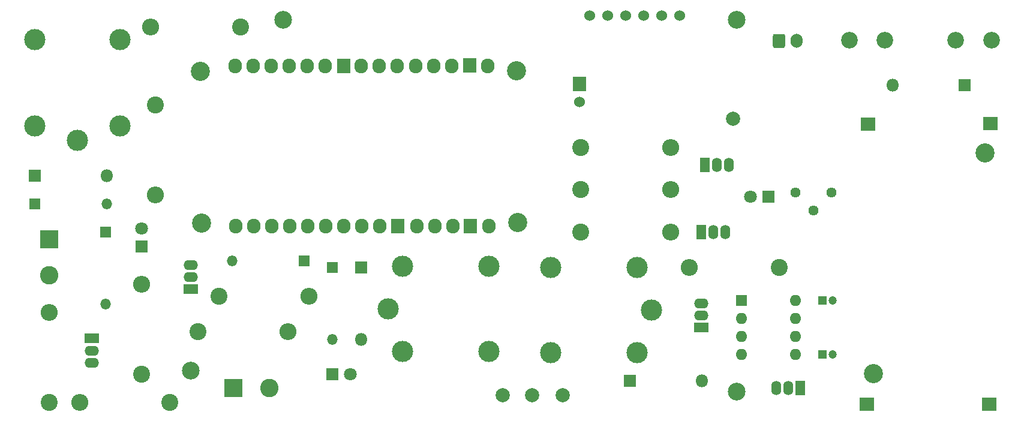
<source format=gbr>
%TF.GenerationSoftware,KiCad,Pcbnew,5.1.7-a382d34a8~87~ubuntu18.04.1*%
%TF.CreationDate,2020-10-22T00:58:17-03:00*%
%TF.ProjectId,Disp_Sec_V_1,44697370-5f53-4656-935f-565f312e6b69,1.1*%
%TF.SameCoordinates,Original*%
%TF.FileFunction,Soldermask,Bot*%
%TF.FilePolarity,Negative*%
%FSLAX46Y46*%
G04 Gerber Fmt 4.6, Leading zero omitted, Abs format (unit mm)*
G04 Created by KiCad (PCBNEW 5.1.7-a382d34a8~87~ubuntu18.04.1) date 2020-10-22 00:58:17*
%MOMM*%
%LPD*%
G01*
G04 APERTURE LIST*
%ADD10C,2.000000*%
%ADD11C,2.500000*%
%ADD12O,2.400000X2.400000*%
%ADD13C,2.400000*%
%ADD14C,2.600000*%
%ADD15R,2.600000X2.600000*%
%ADD16R,2.000000X1.400000*%
%ADD17O,2.000000X1.400000*%
%ADD18O,1.800000X1.800000*%
%ADD19R,1.800000X1.800000*%
%ADD20C,2.700000*%
%ADD21O,1.900000X2.100000*%
%ADD22R,1.900000X2.100000*%
%ADD23R,1.400000X2.000000*%
%ADD24O,1.400000X2.000000*%
%ADD25C,3.000000*%
%ADD26C,1.524000*%
%ADD27R,2.100000X1.900000*%
%ADD28C,2.350000*%
%ADD29O,1.500000X1.500000*%
%ADD30R,1.500000X1.500000*%
%ADD31O,1.600000X1.600000*%
%ADD32R,1.600000X1.600000*%
%ADD33C,1.440000*%
%ADD34O,1.700000X2.000000*%
%ADD35C,1.800000*%
%ADD36C,1.200000*%
%ADD37R,1.200000X1.200000*%
G04 APERTURE END LIST*
D10*
%TO.C,TP4*%
X152000000Y-119000000D03*
%TD*%
%TO.C,TP3*%
X156150000Y-119000000D03*
%TD*%
%TO.C,TP2*%
X160500000Y-119000000D03*
%TD*%
%TO.C,TP1*%
X184500000Y-80000000D03*
%TD*%
D11*
%TO.C,H4*%
X108000000Y-115500000D03*
%TD*%
%TO.C,H3*%
X185000000Y-66000000D03*
%TD*%
%TO.C,H2*%
X121000000Y-66000000D03*
%TD*%
%TO.C,H1*%
X185000000Y-118500000D03*
%TD*%
D12*
%TO.C,R7*%
X121700000Y-110000000D03*
D13*
X109000000Y-110000000D03*
%TD*%
D14*
%TO.C,J2*%
X88000000Y-102080000D03*
D15*
X88000000Y-97000000D03*
%TD*%
D16*
%TO.C,Q4*%
X94000000Y-111000000D03*
D17*
X94000000Y-114400000D03*
X94000000Y-112700000D03*
%TD*%
D12*
%TO.C,R6*%
X88000000Y-107300000D03*
D13*
X88000000Y-120000000D03*
%TD*%
D18*
%TO.C,D1*%
X180160000Y-117000000D03*
D19*
X170000000Y-117000000D03*
%TD*%
D20*
%TO.C,U1*%
X109531400Y-94740900D03*
X109340900Y-73252500D03*
X153943300Y-73163600D03*
X154133800Y-94652000D03*
D21*
X114243100Y-72528600D03*
D22*
X129572000Y-72554000D03*
X147352000Y-72427000D03*
X147479000Y-95160000D03*
D21*
X114370100Y-95134600D03*
D22*
X137192000Y-95160000D03*
D21*
X126943100Y-72528600D03*
X144850100Y-72528600D03*
X142310100Y-72528600D03*
X134563100Y-72528600D03*
X139770100Y-72528600D03*
X116783100Y-72528600D03*
X132023100Y-72528600D03*
X119323100Y-72528600D03*
X124403100Y-72528600D03*
X121863100Y-72528600D03*
X149930100Y-72528600D03*
X137103100Y-72528600D03*
X139897100Y-95134600D03*
X150057100Y-95134600D03*
X142437100Y-95134600D03*
X144977100Y-95134600D03*
X119450100Y-95134600D03*
X129610100Y-95134600D03*
X134690100Y-95134600D03*
X124530100Y-95134600D03*
X121990100Y-95134600D03*
X116910100Y-95134600D03*
X132150100Y-95134600D03*
X127070100Y-95134600D03*
%TD*%
D23*
%TO.C,Q6*%
X180000000Y-96000000D03*
D24*
X183400000Y-96000000D03*
X181700000Y-96000000D03*
%TD*%
D18*
%TO.C,D7*%
X96160000Y-88000000D03*
D19*
X86000000Y-88000000D03*
%TD*%
D25*
%TO.C,K3*%
X135830000Y-106810000D03*
X137830000Y-100810000D03*
X150030000Y-100810000D03*
X150030000Y-112810000D03*
X137830000Y-112810000D03*
%TD*%
D18*
%TO.C,D8*%
X132000000Y-111160000D03*
D19*
X132000000Y-101000000D03*
%TD*%
D22*
%TO.C,U3*%
X162820000Y-75032000D03*
D26*
X164305900Y-65380000D03*
X177005900Y-65380000D03*
X174465900Y-65380000D03*
X171925900Y-65380000D03*
X169385900Y-65380000D03*
X166845900Y-65380000D03*
X162883500Y-77559300D03*
%TD*%
D14*
%TO.C,J3*%
X119080000Y-118000000D03*
D15*
X114000000Y-118000000D03*
%TD*%
D16*
%TO.C,Q5*%
X108000000Y-104000000D03*
D17*
X108000000Y-100600000D03*
X108000000Y-102300000D03*
%TD*%
D25*
%TO.C,K1*%
X173000000Y-107000000D03*
X171000000Y-113000000D03*
X158800000Y-113000000D03*
X158800000Y-101000000D03*
X171000000Y-101000000D03*
%TD*%
D16*
%TO.C,Q1*%
X180000000Y-109470000D03*
D17*
X180000000Y-106070000D03*
X180000000Y-107770000D03*
%TD*%
D20*
%TO.C,U4*%
X204298200Y-115934200D03*
X220122400Y-84819200D03*
D27*
X203371100Y-120277600D03*
X220668500Y-120264900D03*
X220859000Y-80679000D03*
X203561600Y-80691700D03*
%TD*%
D28*
%TO.C,F1*%
X220970000Y-68910000D03*
X215970000Y-68910000D03*
X200970000Y-68910000D03*
X205970000Y-68910000D03*
%TD*%
D29*
%TO.C,D6*%
X113840000Y-100000000D03*
D30*
X124000000Y-100000000D03*
%TD*%
D31*
%TO.C,U2*%
X193300000Y-105660000D03*
X185680000Y-113280000D03*
X193300000Y-108200000D03*
X185680000Y-110740000D03*
X193300000Y-110740000D03*
X185680000Y-108200000D03*
X193300000Y-113280000D03*
D32*
X185680000Y-105660000D03*
%TD*%
D33*
%TO.C,RV1*%
X193300000Y-90420000D03*
X195840000Y-92960000D03*
X198380000Y-90420000D03*
%TD*%
D12*
%TO.C,R11*%
X101000000Y-103300000D03*
D13*
X101000000Y-116000000D03*
%TD*%
D12*
%TO.C,R10*%
X92300000Y-120000000D03*
D13*
X105000000Y-120000000D03*
%TD*%
D12*
%TO.C,R9*%
X175700000Y-96000000D03*
D13*
X163000000Y-96000000D03*
%TD*%
D12*
%TO.C,R8*%
X175700000Y-90000000D03*
D13*
X163000000Y-90000000D03*
%TD*%
D12*
%TO.C,R5*%
X175700000Y-84000000D03*
D13*
X163000000Y-84000000D03*
%TD*%
D12*
%TO.C,R4*%
X103000000Y-90700000D03*
D13*
X103000000Y-78000000D03*
%TD*%
D12*
%TO.C,R3*%
X102300000Y-67000000D03*
D13*
X115000000Y-67000000D03*
%TD*%
D12*
%TO.C,R2*%
X124700000Y-105000000D03*
D13*
X112000000Y-105000000D03*
%TD*%
D12*
%TO.C,R1*%
X178300000Y-101000000D03*
D13*
X191000000Y-101000000D03*
%TD*%
D23*
%TO.C,Q3*%
X180500000Y-86500000D03*
D24*
X183900000Y-86500000D03*
X182200000Y-86500000D03*
%TD*%
D23*
%TO.C,Q2*%
X194000000Y-118000000D03*
D24*
X190600000Y-118000000D03*
X192300000Y-118000000D03*
%TD*%
D25*
%TO.C,K2*%
X92000000Y-83000000D03*
X86000000Y-81000000D03*
X86000000Y-68800000D03*
X98000000Y-68800000D03*
X98000000Y-81000000D03*
%TD*%
D34*
%TO.C,J1*%
X193500000Y-69000000D03*
G36*
G01*
X190150000Y-69750000D02*
X190150000Y-68250000D01*
G75*
G02*
X190400000Y-68000000I250000J0D01*
G01*
X191600000Y-68000000D01*
G75*
G02*
X191850000Y-68250000I0J-250000D01*
G01*
X191850000Y-69750000D01*
G75*
G02*
X191600000Y-70000000I-250000J0D01*
G01*
X190400000Y-70000000D01*
G75*
G02*
X190150000Y-69750000I0J250000D01*
G01*
G37*
%TD*%
D35*
%TO.C,D11*%
X130540000Y-116000000D03*
D19*
X128000000Y-116000000D03*
%TD*%
D35*
%TO.C,D10*%
X101000000Y-95460000D03*
D19*
X101000000Y-98000000D03*
%TD*%
D35*
%TO.C,D9*%
X187000000Y-91000000D03*
D19*
X189540000Y-91000000D03*
%TD*%
D29*
%TO.C,D5*%
X128000000Y-111160000D03*
D30*
X128000000Y-101000000D03*
%TD*%
D29*
%TO.C,D4*%
X96000000Y-106160000D03*
D30*
X96000000Y-96000000D03*
%TD*%
D29*
%TO.C,D3*%
X96160000Y-92000000D03*
D30*
X86000000Y-92000000D03*
%TD*%
D18*
%TO.C,D2*%
X207000000Y-75260000D03*
D19*
X217160000Y-75260000D03*
%TD*%
D36*
%TO.C,C2*%
X198610000Y-105660000D03*
D37*
X197110000Y-105660000D03*
%TD*%
D36*
%TO.C,C1*%
X198610000Y-113280000D03*
D37*
X197110000Y-113280000D03*
%TD*%
M02*

</source>
